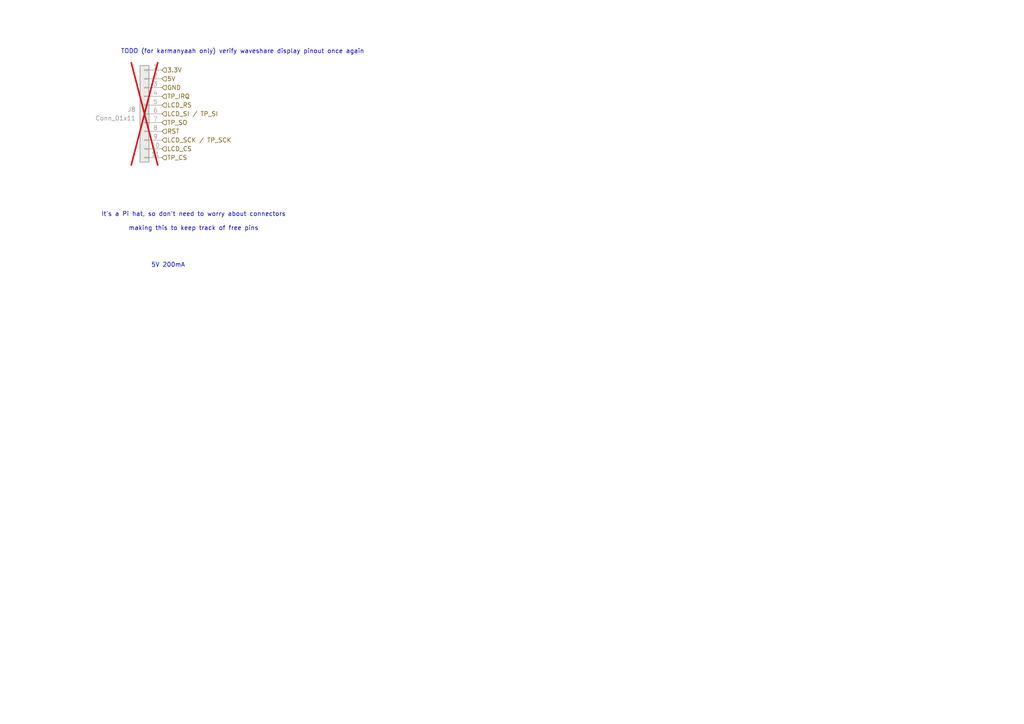
<source format=kicad_sch>
(kicad_sch (version 20231120) (generator "eeschema") (generator_version "8.0")
  (paper "A4")
  (lib_symbols
    (symbol "Connector_Generic:Conn_01x11" (pin_names (offset 1.016) hide)
      (property "Reference" "J" (at 0 15.24 0))
      (property "Value" "Conn_01x11" (at 0 -15.24 0))
      (symbol "Conn_01x11_1_1"
        (rectangle (start -1.27 -12.573) (end 0 -12.827) (stroke (width 0.1524)))
        (rectangle (start -1.27 -10.033) (end 0 -10.287) (stroke (width 0.1524)))
        (rectangle (start -1.27 -7.493) (end 0 -7.747) (stroke (width 0.1524)))
        (rectangle (start -1.27 -4.953) (end 0 -5.207) (stroke (width 0.1524)))
        (rectangle (start -1.27 -2.413) (end 0 -2.667) (stroke (width 0.1524)))
        (rectangle (start -1.27 0.127) (end 0 -0.127) (stroke (width 0.1524)))
        (rectangle (start -1.27 2.667) (end 0 2.413) (stroke (width 0.1524)))
        (rectangle (start -1.27 5.207) (end 0 4.953) (stroke (width 0.1524)))
        (rectangle (start -1.27 7.747) (end 0 7.493) (stroke (width 0.1524)))
        (rectangle (start -1.27 10.287) (end 0 10.033) (stroke (width 0.1524)))
        (rectangle (start -1.27 12.827) (end 0 12.573) (stroke (width 0.1524)))
        (rectangle (start -1.27 13.97) (end 1.27 -13.97) (stroke (width 0.254)) (fill (type background)))
        (pin passive line (at -5.08 12.7 0) (length 3.81) (name "Pin_1") (number "1"))
        (pin passive line (at -5.08 -10.16 0) (length 3.81) (name "Pin_10") (number "10"))
        (pin passive line (at -5.08 -12.7 0) (length 3.81) (name "Pin_11") (number "11"))
        (pin passive line (at -5.08 10.16 0) (length 3.81) (name "Pin_2") (number "2"))
        (pin passive line (at -5.08 7.62 0) (length 3.81) (name "Pin_3") (number "3"))
        (pin passive line (at -5.08 5.08 0) (length 3.81) (name "Pin_4") (number "4"))
        (pin passive line (at -5.08 2.54 0) (length 3.81) (name "Pin_5") (number "5"))
        (pin passive line (at -5.08 0 0) (length 3.81) (name "Pin_6") (number "6"))
        (pin passive line (at -5.08 -2.54 0) (length 3.81) (name "Pin_7") (number "7"))
        (pin passive line (at -5.08 -5.08 0) (length 3.81) (name "Pin_8") (number "8"))
        (pin passive line (at -5.08 -7.62 0) (length 3.81) (name "Pin_9") (number "9"))
      )
    )
  )
  (text "TODO (for karmanyaah only) verify waveshare display pinout once again" (at 70.358 14.986 0) (effects (font (size 1.27 1.27))))
  (text "It's a Pi hat, so don't need to worry about connectors\n\nmaking this to keep track of free pins" (at 56.134 64.262 0) (effects (font (size 1.27 1.27))))
  (text "5V 200mA" (at 48.768 76.962 0) (effects (font (size 1.27 1.27))))
  (hierarchical_label "3.3V" (shape input) (at 46.99 20.32 0))
  (hierarchical_label "LCD_RS" (shape input) (at 46.99 30.48 0))
  (hierarchical_label "LCD_SCK {slash} TP_SCK" (shape input) (at 46.99 40.64 0))
  (hierarchical_label "5V" (shape input) (at 46.99 22.86 0))
  (hierarchical_label "TP_IRQ" (shape input) (at 46.99 27.94 0))
  (hierarchical_label "TP_SO" (shape input) (at 46.99 35.56 0))
  (hierarchical_label "RST" (shape input) (at 46.99 38.1 0))
  (hierarchical_label "LCD_SI {slash} TP_SI" (shape input) (at 46.99 33.02 0))
  (hierarchical_label "TP_CS" (shape input) (at 46.99 45.72 0))
  (hierarchical_label "LCD_CS" (shape input) (at 46.99 43.18 0))
  (hierarchical_label "GND" (shape input) (at 46.99 25.4 0))
  (symbol (lib_id "Connector_Generic:Conn_01x11") (at 41.91 33.02 0) (mirror y) (unit 1) (in_bom no) (on_board no) (dnp yes)
    (property "Reference" "J8" (at 39.37 31.7499 0) (effects (justify left)))
    (property "Value" "Conn_01x11" (at 39.37 34.2899 0) (effects (justify left)))
    (property "Description" "Generic connector, single row, 01x11, script generated (kicad-library-utils/schlib/autogen/connector/)" (effects (hide yes)))
  )
)
</source>
